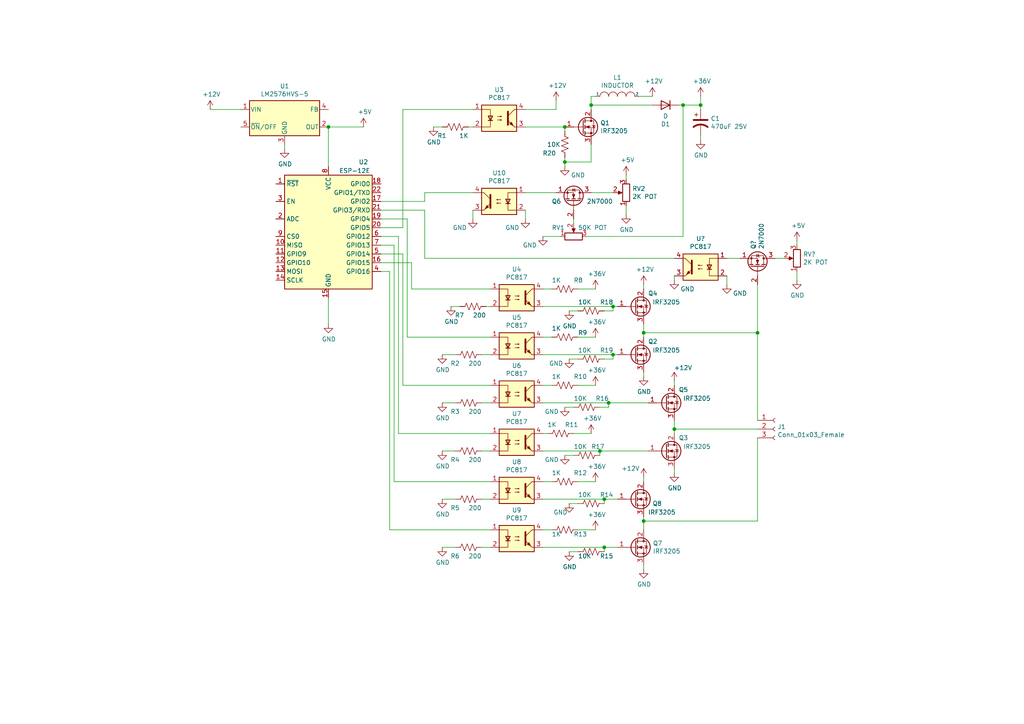
<source format=kicad_sch>
(kicad_sch (version 20211123) (generator eeschema)
  (paper "A4")
  (lib_symbols
    (symbol "Connector:Conn_01x03_Female" (pin_names (offset 1.016) hide)
      (property "Reference" "J" (at 0 5.08 0))
      (property "Value" "Conn_01x03_Female" (at 0 -5.08 0))
      (symbol "Conn_01x03_Female_1_1"
        (arc (start 0 -2.032) (mid -0.508 -2.54) (end 0 -3.048) (stroke (width 0.1524)))
        (polyline (pts (xy -1.27 -2.54) (xy -0.508 -2.54)) (stroke (width 0.1524)))
        (polyline (pts (xy -1.27 0) (xy -0.508 0)) (stroke (width 0.1524)))
        (polyline (pts (xy -1.27 2.54) (xy -0.508 2.54)) (stroke (width 0.1524)))
        (arc (start 0 0.508) (mid -0.508 0) (end 0 -0.508) (stroke (width 0.1524)))
        (arc (start 0 3.048) (mid -0.508 2.54) (end 0 2.032) (stroke (width 0.1524)))
        (pin passive line (at -5.08 2.54 0) (length 3.81) (name "Pin_1") (number "1"))
        (pin passive line (at -5.08 0 0) (length 3.81) (name "Pin_2") (number "2"))
        (pin passive line (at -5.08 -2.54 0) (length 3.81) (name "Pin_3") (number "3"))
      )
    )
    (symbol "Device:CP1" (pin_numbers hide) (pin_names (offset 0.254) hide)
      (property "Reference" "C" (at 0.635 2.54 0))
      (property "Value" "Device_CP1" (at 0.635 -2.54 0))
      (symbol "CP1_0_1"
        (polyline (pts (xy -2.032 0.762) (xy 2.032 0.762)) (stroke (width 0.508)))
        (polyline (pts (xy -1.778 2.286) (xy -0.762 2.286)))
        (polyline (pts (xy -1.27 1.778) (xy -1.27 2.794)))
        (arc (start 2.032 -1.27) (mid 0 -0.5572) (end -2.032 -1.27) (stroke (width 0.508)))
      )
      (symbol "CP1_1_1"
        (pin passive line (at 0 3.81 270) (length 2.794) (name "~") (number "1"))
        (pin passive line (at 0 -3.81 90) (length 3.302) (name "~") (number "2"))
      )
    )
    (symbol "Device:D" (pin_numbers hide) (pin_names (offset 1.016) hide)
      (property "Reference" "D" (at 0 2.54 0))
      (property "Value" "D" (at 0 -2.54 0))
      (symbol "D_0_1"
        (polyline (pts (xy -1.27 1.27) (xy -1.27 -1.27)) (stroke (width 0.254)))
        (polyline (pts (xy 1.27 0) (xy -1.27 0)))
        (polyline (pts (xy 1.27 1.27) (xy 1.27 -1.27) (xy -1.27 0) (xy 1.27 1.27)) (stroke (width 0.254)))
      )
      (symbol "D_1_1"
        (pin passive line (at -3.81 0 0) (length 2.54) (name "K") (number "1"))
        (pin passive line (at 3.81 0 180) (length 2.54) (name "A") (number "2"))
      )
    )
    (symbol "Device:R_POT" (pin_names (offset 1.016) hide)
      (property "Reference" "RV" (at -4.445 0 90))
      (property "Value" "Device_R_POT" (at -2.54 0 90))
      (symbol "R_POT_0_1"
        (polyline (pts (xy 2.54 0) (xy 1.524 0)))
        (polyline (pts (xy 1.143 0) (xy 2.286 0.508) (xy 2.286 -0.508) (xy 1.143 0)) (fill (type outline)))
        (rectangle (start 1.016 2.54) (end -1.016 -2.54) (stroke (width 0.254)))
      )
      (symbol "R_POT_1_1"
        (pin passive line (at 0 3.81 270) (length 1.27) (name "1") (number "1"))
        (pin passive line (at 3.81 0 180) (length 1.27) (name "2") (number "2"))
        (pin passive line (at 0 -3.81 90) (length 1.27) (name "3") (number "3"))
      )
    )
    (symbol "Device:R_US" (pin_numbers hide) (pin_names (offset 0))
      (property "Reference" "R" (at 2.54 0 90))
      (property "Value" "R_US" (at -2.54 0 90))
      (symbol "R_US_0_1"
        (polyline (pts (xy 0 -2.286) (xy 0 -2.54)))
        (polyline (pts (xy 0 2.286) (xy 0 2.54)))
        (polyline (pts (xy 0 -0.762) (xy 1.016 -1.143) (xy 0 -1.524) (xy -1.016 -1.905) (xy 0 -2.286)))
        (polyline (pts (xy 0 0.762) (xy 1.016 0.381) (xy 0 0) (xy -1.016 -0.381) (xy 0 -0.762)))
        (polyline (pts (xy 0 2.286) (xy 1.016 1.905) (xy 0 1.524) (xy -1.016 1.143) (xy 0 0.762)))
      )
      (symbol "R_US_1_1"
        (pin passive line (at 0 3.81 270) (length 1.27) (name "~") (number "1"))
        (pin passive line (at 0 -3.81 90) (length 1.27) (name "~") (number "2"))
      )
    )
    (symbol "Isolator:PC817" (pin_names (offset 1.016))
      (property "Reference" "U" (at -5.08 5.08 0))
      (property "Value" "PC817" (at 0 5.08 0))
      (symbol "PC817_0_1"
        (rectangle (start -5.08 3.81) (end 5.08 -3.81) (stroke (width 0.254)) (fill (type background)))
        (polyline (pts (xy -3.175 -0.635) (xy -1.905 -0.635)) (stroke (width 0.254)))
        (polyline (pts (xy 2.54 0.635) (xy 4.445 2.54)))
        (polyline (pts (xy 4.445 -2.54) (xy 2.54 -0.635)) (fill (type outline)))
        (polyline (pts (xy 4.445 -2.54) (xy 5.08 -2.54)))
        (polyline (pts (xy 4.445 2.54) (xy 5.08 2.54)))
        (polyline (pts (xy -5.08 2.54) (xy -2.54 2.54) (xy -2.54 -0.635)))
        (polyline (pts (xy -2.54 -0.635) (xy -2.54 -2.54) (xy -5.08 -2.54)))
        (polyline (pts (xy 2.54 1.905) (xy 2.54 -1.905) (xy 2.54 -1.905)) (stroke (width 0.508)))
        (polyline (pts (xy -2.54 -0.635) (xy -3.175 0.635) (xy -1.905 0.635) (xy -2.54 -0.635)) (stroke (width 0.254)))
        (polyline (pts (xy -0.508 -0.508) (xy 0.762 -0.508) (xy 0.381 -0.635) (xy 0.381 -0.381) (xy 0.762 -0.508)))
        (polyline (pts (xy -0.508 0.508) (xy 0.762 0.508) (xy 0.381 0.381) (xy 0.381 0.635) (xy 0.762 0.508)))
        (polyline (pts (xy 3.048 -1.651) (xy 3.556 -1.143) (xy 4.064 -2.159) (xy 3.048 -1.651) (xy 3.048 -1.651)) (fill (type outline)))
      )
      (symbol "PC817_1_1"
        (pin passive line (at -7.62 2.54 0) (length 2.54) (name "~") (number "1"))
        (pin passive line (at -7.62 -2.54 0) (length 2.54) (name "~") (number "2"))
        (pin passive line (at 7.62 -2.54 180) (length 2.54) (name "~") (number "3"))
        (pin passive line (at 7.62 2.54 180) (length 2.54) (name "~") (number "4"))
      )
    )
    (symbol "RF_Module:ESP-12E"
      (property "Reference" "U" (at -12.7 19.05 0))
      (property "Value" "ESP-12E" (at 12.7 19.05 0))
      (symbol "ESP-12E_0_1"
        (rectangle (start -12.7 17.78) (end 12.7 -15.24) (stroke (width 0.254)) (fill (type background)))
      )
      (symbol "ESP-12E_1_1"
        (pin input line (at -15.24 15.24 0) (length 2.54) (name "~{RST}") (number "1"))
        (pin bidirectional line (at -15.24 -2.54 0) (length 2.54) (name "MISO") (number "10"))
        (pin bidirectional line (at -15.24 -5.08 0) (length 2.54) (name "GPIO9") (number "11"))
        (pin bidirectional line (at -15.24 -7.62 0) (length 2.54) (name "GPIO10") (number "12"))
        (pin bidirectional line (at -15.24 -10.16 0) (length 2.54) (name "MOSI") (number "13"))
        (pin bidirectional line (at -15.24 -12.7 0) (length 2.54) (name "SCLK") (number "14"))
        (pin power_in line (at 0 -17.78 90) (length 2.54) (name "GND") (number "15"))
        (pin bidirectional line (at 15.24 -7.62 180) (length 2.54) (name "GPIO15") (number "16"))
        (pin bidirectional line (at 15.24 10.16 180) (length 2.54) (name "GPIO2") (number "17"))
        (pin bidirectional line (at 15.24 15.24 180) (length 2.54) (name "GPIO0") (number "18"))
        (pin bidirectional line (at 15.24 5.08 180) (length 2.54) (name "GPIO4") (number "19"))
        (pin input line (at -15.24 5.08 0) (length 2.54) (name "ADC") (number "2"))
        (pin bidirectional line (at 15.24 2.54 180) (length 2.54) (name "GPIO5") (number "20"))
        (pin bidirectional line (at 15.24 7.62 180) (length 2.54) (name "GPIO3/RXD") (number "21"))
        (pin bidirectional line (at 15.24 12.7 180) (length 2.54) (name "GPIO1/TXD") (number "22"))
        (pin input line (at -15.24 10.16 0) (length 2.54) (name "EN") (number "3"))
        (pin bidirectional line (at 15.24 -10.16 180) (length 2.54) (name "GPIO16") (number "4"))
        (pin bidirectional line (at 15.24 -5.08 180) (length 2.54) (name "GPIO14") (number "5"))
        (pin bidirectional line (at 15.24 0 180) (length 2.54) (name "GPIO12") (number "6"))
        (pin bidirectional line (at 15.24 -2.54 180) (length 2.54) (name "GPIO13") (number "7"))
        (pin power_in line (at 0 20.32 270) (length 2.54) (name "VCC") (number "8"))
        (pin input line (at -15.24 0 0) (length 2.54) (name "CS0") (number "9"))
      )
    )
    (symbol "Regulator_Switching:LM2576HVS-5" (pin_names (offset 0.254))
      (property "Reference" "U" (at -10.16 6.35 0))
      (property "Value" "LM2576HVS-5" (at 0 6.35 0))
      (symbol "LM2576HVS-5_0_1"
        (rectangle (start -10.16 5.08) (end 10.16 -5.08) (stroke (width 0.254)) (fill (type background)))
      )
      (symbol "LM2576HVS-5_1_1"
        (pin power_in line (at -12.7 2.54 0) (length 2.54) (name "VIN") (number "1"))
        (pin output line (at 12.7 -2.54 180) (length 2.54) (name "OUT") (number "2"))
        (pin power_in line (at 0 -7.62 90) (length 2.54) (name "GND") (number "3"))
        (pin input line (at 12.7 2.54 180) (length 2.54) (name "FB") (number "4"))
        (pin input line (at -12.7 -2.54 0) (length 2.54) (name "~{ON}/OFF") (number "5"))
      )
    )
    (symbol "Transistor_FET:2N7000" (pin_names hide)
      (property "Reference" "Q" (at 5.08 1.905 0))
      (property "Value" "2N7000" (at 5.08 0 0))
      (symbol "2N7000_0_1"
        (polyline (pts (xy 0.254 0) (xy -2.54 0)))
        (polyline (pts (xy 0.254 1.905) (xy 0.254 -1.905)) (stroke (width 0.254)))
        (polyline (pts (xy 0.762 -1.27) (xy 0.762 -2.286)) (stroke (width 0.254)))
        (polyline (pts (xy 0.762 0.508) (xy 0.762 -0.508)) (stroke (width 0.254)))
        (polyline (pts (xy 0.762 2.286) (xy 0.762 1.27)) (stroke (width 0.254)))
        (polyline (pts (xy 2.54 2.54) (xy 2.54 1.778)))
        (polyline (pts (xy 2.54 -2.54) (xy 2.54 0) (xy 0.762 0)))
        (polyline (pts (xy 0.762 -1.778) (xy 3.302 -1.778) (xy 3.302 1.778) (xy 0.762 1.778)))
        (polyline (pts (xy 1.016 0) (xy 2.032 0.381) (xy 2.032 -0.381) (xy 1.016 0)) (fill (type outline)))
        (polyline (pts (xy 2.794 0.508) (xy 2.921 0.381) (xy 3.683 0.381) (xy 3.81 0.254)))
        (polyline (pts (xy 3.302 0.381) (xy 2.921 -0.254) (xy 3.683 -0.254) (xy 3.302 0.381)))
        (circle (center 1.651 0) (radius 2.794) (stroke (width 0.254)))
        (circle (center 2.54 -1.778) (radius 0.254) (fill (type outline)))
        (circle (center 2.54 1.778) (radius 0.254) (fill (type outline)))
      )
      (symbol "2N7000_1_1"
        (pin passive line (at 2.54 -5.08 90) (length 2.54) (name "S") (number "1"))
        (pin input line (at -5.08 0 0) (length 2.54) (name "G") (number "2"))
        (pin passive line (at 2.54 5.08 270) (length 2.54) (name "D") (number "3"))
      )
    )
    (symbol "Transistor_FET:IRF3205" (pin_names hide)
      (property "Reference" "Q" (at 6.35 1.905 0))
      (property "Value" "IRF3205" (at 6.35 0 0))
      (symbol "IRF3205_0_1"
        (polyline (pts (xy 0.254 0) (xy -2.54 0)))
        (polyline (pts (xy 0.254 1.905) (xy 0.254 -1.905)) (stroke (width 0.254)))
        (polyline (pts (xy 0.762 -1.27) (xy 0.762 -2.286)) (stroke (width 0.254)))
        (polyline (pts (xy 0.762 0.508) (xy 0.762 -0.508)) (stroke (width 0.254)))
        (polyline (pts (xy 0.762 2.286) (xy 0.762 1.27)) (stroke (width 0.254)))
        (polyline (pts (xy 2.54 2.54) (xy 2.54 1.778)))
        (polyline (pts (xy 2.54 -2.54) (xy 2.54 0) (xy 0.762 0)))
        (polyline (pts (xy 0.762 -1.778) (xy 3.302 -1.778) (xy 3.302 1.778) (xy 0.762 1.778)))
        (polyline (pts (xy 1.016 0) (xy 2.032 0.381) (xy 2.032 -0.381) (xy 1.016 0)) (fill (type outline)))
        (polyline (pts (xy 2.794 0.508) (xy 2.921 0.381) (xy 3.683 0.381) (xy 3.81 0.254)))
        (polyline (pts (xy 3.302 0.381) (xy 2.921 -0.254) (xy 3.683 -0.254) (xy 3.302 0.381)))
        (circle (center 1.651 0) (radius 2.794) (stroke (width 0.254)))
        (circle (center 2.54 -1.778) (radius 0.254) (fill (type outline)))
        (circle (center 2.54 1.778) (radius 0.254) (fill (type outline)))
      )
      (symbol "IRF3205_1_1"
        (pin input line (at -5.08 0 0) (length 2.54) (name "G") (number "1"))
        (pin passive line (at 2.54 5.08 270) (length 2.54) (name "D") (number "2"))
        (pin passive line (at 2.54 -5.08 90) (length 2.54) (name "S") (number "3"))
      )
    )
    (symbol "power:+12V" (power) (pin_names (offset 0))
      (property "Value" "+12V" (at 0 3.556 0))
      (symbol "+12V_0_1"
        (polyline (pts (xy -0.762 1.27) (xy 0 2.54)))
        (polyline (pts (xy 0 0) (xy 0 2.54)))
        (polyline (pts (xy 0 2.54) (xy 0.762 1.27)))
      )
      (symbol "+12V_1_1"
        (pin power_in line (at 0 0 90) (length 0) hide (name "+12V") (number "1"))
      )
    )
    (symbol "power:+36V" (power) (pin_names (offset 0))
      (property "Value" "+36V" (at 0 3.556 0))
      (symbol "+36V_0_1"
        (polyline (pts (xy -0.762 1.27) (xy 0 2.54)))
        (polyline (pts (xy 0 0) (xy 0 2.54)))
        (polyline (pts (xy 0 2.54) (xy 0.762 1.27)))
      )
      (symbol "+36V_1_1"
        (pin power_in line (at 0 0 90) (length 0) hide (name "+36V") (number "1"))
      )
    )
    (symbol "power:+5V" (power) (pin_names (offset 0))
      (property "Value" "+5V" (at 0 3.556 0))
      (symbol "+5V_0_1"
        (polyline (pts (xy -0.762 1.27) (xy 0 2.54)))
        (polyline (pts (xy 0 0) (xy 0 2.54)))
        (polyline (pts (xy 0 2.54) (xy 0.762 1.27)))
      )
      (symbol "+5V_1_1"
        (pin power_in line (at 0 0 90) (length 0) hide (name "+5V") (number "1"))
      )
    )
    (symbol "power:GND" (power) (pin_names (offset 0))
      (property "Value" "GND" (at 0 -3.81 0))
      (symbol "GND_0_1"
        (polyline (pts (xy 0 0) (xy 0 -1.27) (xy 1.27 -1.27) (xy 0 -2.54) (xy -1.27 -1.27) (xy 0 -1.27)))
      )
      (symbol "GND_1_1"
        (pin power_in line (at 0 0 270) (length 0) hide (name "GND") (number "1"))
      )
    )
    (symbol "pspice:INDUCTOR" (pin_numbers hide) (pin_names (offset 0))
      (property "Reference" "L" (at 0 2.54 0))
      (property "Value" "INDUCTOR" (at 0 -1.27 0))
      (symbol "INDUCTOR_0_1"
        (arc (start -2.54 0) (mid -3.81 1.27) (end -5.08 0))
        (arc (start 0 0) (mid -1.27 1.27) (end -2.54 0))
        (arc (start 2.54 0) (mid 1.27 1.27) (end 0 0))
        (arc (start 5.08 0) (mid 3.81 1.27) (end 2.54 0))
      )
      (symbol "INDUCTOR_1_1"
        (pin input line (at -6.35 0 0) (length 1.27) (name "1") (number "1"))
        (pin input line (at 6.35 0 180) (length 1.27) (name "2") (number "2"))
      )
    )
  )
  (junction (at 163.83 46.99))
  (junction (at 186.69 96.52))
  (junction (at 163.83 36.83))
  (junction (at 175.26 158.75))
  (junction (at 203.2 30.48))
  (junction (at 198.12 30.48))
  (junction (at 173.99 130.81))
  (junction (at 175.26 144.78))
  (junction (at 171.45 30.48))
  (junction (at 177.8 102.87))
  (junction (at 219.71 96.52))
  (junction (at 195.58 124.46))
  (junction (at 95.25 36.83))
  (junction (at 176.53 116.84))
  (junction (at 177.8 88.9))
  (junction (at 186.69 151.13))
  (wire (pts (xy 176.53 116.84) (xy 157.48 116.84)))
  (wire (pts (xy 166.37 118.11) (xy 163.83 118.11)))
  (wire (pts (xy 210.82 74.93) (xy 214.63 74.93)))
  (wire (pts (xy 219.71 82.55) (xy 219.71 96.52)))
  (wire (pts (xy 113.03 78.74) (xy 113.03 153.67)))
  (wire (pts (xy 125.73 36.83) (xy 128.27 36.83)))
  (wire (pts (xy 123.19 74.93) (xy 195.58 74.93)))
  (wire (pts (xy 186.69 163.83) (xy 186.69 165.1)))
  (wire (pts (xy 139.7 144.78) (xy 142.24 144.78)))
  (wire (pts (xy 219.71 96.52) (xy 219.71 121.92)))
  (wire (pts (xy 69.85 31.75) (xy 60.96 31.75)))
  (wire (pts (xy 157.48 144.78) (xy 175.26 144.78)))
  (wire (pts (xy 224.79 74.93) (xy 227.33 74.93)))
  (wire (pts (xy 167.64 104.14) (xy 165.1 104.14)))
  (wire (pts (xy 116.84 31.75) (xy 137.16 31.75)))
  (wire (pts (xy 114.3 139.7) (xy 142.24 139.7)))
  (wire (pts (xy 231.14 71.12) (xy 231.14 69.85)))
  (wire (pts (xy 119.38 83.82) (xy 142.24 83.82)))
  (wire (pts (xy 203.2 27.94) (xy 203.2 30.48)))
  (wire (pts (xy 186.69 151.13) (xy 186.69 153.67)))
  (wire (pts (xy 157.48 68.58) (xy 162.56 68.58)))
  (wire (pts (xy 176.53 118.11) (xy 176.53 116.84)))
  (wire (pts (xy 160.02 139.7) (xy 157.48 139.7)))
  (wire (pts (xy 95.25 86.36) (xy 95.25 93.98)))
  (wire (pts (xy 163.83 38.1) (xy 163.83 36.83)))
  (wire (pts (xy 105.41 36.83) (xy 95.25 36.83)))
  (wire (pts (xy 152.4 36.83) (xy 163.83 36.83)))
  (wire (pts (xy 110.49 76.2) (xy 119.38 76.2)))
  (wire (pts (xy 110.49 66.04) (xy 116.84 66.04)))
  (wire (pts (xy 110.49 68.58) (xy 115.57 68.58)))
  (wire (pts (xy 123.19 55.88) (xy 123.19 58.42)))
  (wire (pts (xy 187.96 130.81) (xy 173.99 130.81)))
  (wire (pts (xy 195.58 80.01) (xy 195.58 81.28)))
  (wire (pts (xy 139.7 130.81) (xy 142.24 130.81)))
  (wire (pts (xy 177.8 104.14) (xy 177.8 102.87)))
  (wire (pts (xy 195.58 110.49) (xy 195.58 111.76)))
  (wire (pts (xy 186.69 82.55) (xy 186.69 83.82)))
  (wire (pts (xy 189.23 27.94) (xy 185.42 27.94)))
  (wire (pts (xy 160.02 83.82) (xy 157.48 83.82)))
  (wire (pts (xy 231.14 78.74) (xy 231.14 81.28)))
  (wire (pts (xy 171.45 27.94) (xy 171.45 30.48)))
  (wire (pts (xy 195.58 124.46) (xy 195.58 125.73)))
  (wire (pts (xy 167.64 139.7) (xy 172.72 139.7)))
  (wire (pts (xy 139.7 116.84) (xy 142.24 116.84)))
  (wire (pts (xy 175.26 90.17) (xy 177.8 90.17)))
  (wire (pts (xy 175.26 146.05) (xy 175.26 144.78)))
  (wire (pts (xy 161.29 31.75) (xy 161.29 29.21)))
  (wire (pts (xy 110.49 60.96) (xy 123.19 60.96)))
  (wire (pts (xy 152.4 60.96) (xy 152.4 63.5)))
  (wire (pts (xy 186.69 138.43) (xy 186.69 139.7)))
  (wire (pts (xy 186.69 151.13) (xy 219.71 151.13)))
  (wire (pts (xy 171.45 31.75) (xy 171.45 30.48)))
  (wire (pts (xy 152.4 55.88) (xy 161.29 55.88)))
  (wire (pts (xy 177.8 55.88) (xy 171.45 55.88)))
  (wire (pts (xy 177.8 88.9) (xy 157.48 88.9)))
  (wire (pts (xy 195.58 124.46) (xy 219.71 124.46)))
  (wire (pts (xy 195.58 135.89) (xy 195.58 137.16)))
  (wire (pts (xy 166.37 125.73) (xy 171.45 125.73)))
  (wire (pts (xy 167.64 160.02) (xy 165.1 160.02)))
  (wire (pts (xy 175.26 160.02) (xy 175.26 158.75)))
  (wire (pts (xy 186.69 107.95) (xy 186.69 109.22)))
  (wire (pts (xy 163.83 46.99) (xy 163.83 45.72)))
  (wire (pts (xy 119.38 76.2) (xy 119.38 83.82)))
  (wire (pts (xy 163.83 48.26) (xy 163.83 46.99)))
  (wire (pts (xy 196.85 30.48) (xy 198.12 30.48)))
  (wire (pts (xy 167.64 83.82) (xy 172.72 83.82)))
  (wire (pts (xy 116.84 66.04) (xy 116.84 31.75)))
  (wire (pts (xy 110.49 63.5) (xy 118.11 63.5)))
  (wire (pts (xy 187.96 116.84) (xy 176.53 116.84)))
  (wire (pts (xy 118.11 97.79) (xy 142.24 97.79)))
  (wire (pts (xy 171.45 41.91) (xy 171.45 46.99)))
  (wire (pts (xy 137.16 55.88) (xy 123.19 55.88)))
  (wire (pts (xy 140.97 88.9) (xy 142.24 88.9)))
  (wire (pts (xy 160.02 153.67) (xy 157.48 153.67)))
  (wire (pts (xy 82.55 41.91) (xy 82.55 43.18)))
  (wire (pts (xy 171.45 30.48) (xy 189.23 30.48)))
  (wire (pts (xy 167.64 153.67) (xy 172.72 153.67)))
  (wire (pts (xy 186.69 149.86) (xy 186.69 151.13)))
  (wire (pts (xy 179.07 102.87) (xy 177.8 102.87)))
  (wire (pts (xy 110.49 73.66) (xy 116.84 73.66)))
  (wire (pts (xy 118.11 63.5) (xy 118.11 97.79)))
  (wire (pts (xy 177.8 102.87) (xy 157.48 102.87)))
  (wire (pts (xy 172.72 27.94) (xy 171.45 27.94)))
  (wire (pts (xy 110.49 71.12) (xy 114.3 71.12)))
  (wire (pts (xy 177.8 90.17) (xy 177.8 88.9)))
  (wire (pts (xy 137.16 63.5) (xy 137.16 60.96)))
  (wire (pts (xy 167.64 146.05) (xy 165.1 146.05)))
  (wire (pts (xy 128.27 144.78) (xy 132.08 144.78)))
  (wire (pts (xy 135.89 36.83) (xy 137.16 36.83)))
  (wire (pts (xy 171.45 46.99) (xy 163.83 46.99)))
  (wire (pts (xy 195.58 121.92) (xy 195.58 124.46)))
  (wire (pts (xy 128.27 158.75) (xy 132.08 158.75)))
  (wire (pts (xy 166.37 132.08) (xy 163.83 132.08)))
  (wire (pts (xy 160.02 97.79) (xy 157.48 97.79)))
  (wire (pts (xy 110.49 78.74) (xy 113.03 78.74)))
  (wire (pts (xy 198.12 30.48) (xy 203.2 30.48)))
  (wire (pts (xy 173.99 130.81) (xy 157.48 130.81)))
  (wire (pts (xy 130.81 88.9) (xy 133.35 88.9)))
  (wire (pts (xy 128.27 102.87) (xy 132.08 102.87)))
  (wire (pts (xy 219.71 151.13) (xy 219.71 127)))
  (wire (pts (xy 186.69 96.52) (xy 186.69 97.79)))
  (wire (pts (xy 123.19 58.42) (xy 110.49 58.42)))
  (wire (pts (xy 186.69 96.52) (xy 219.71 96.52)))
  (wire (pts (xy 115.57 125.73) (xy 142.24 125.73)))
  (wire (pts (xy 167.64 111.76) (xy 172.72 111.76)))
  (wire (pts (xy 166.37 63.5) (xy 166.37 64.77)))
  (wire (pts (xy 173.99 118.11) (xy 176.53 118.11)))
  (wire (pts (xy 160.02 111.76) (xy 157.48 111.76)))
  (wire (pts (xy 203.2 39.37) (xy 203.2 40.64)))
  (wire (pts (xy 139.7 102.87) (xy 142.24 102.87)))
  (wire (pts (xy 179.07 158.75) (xy 175.26 158.75)))
  (wire (pts (xy 198.12 30.48) (xy 198.12 68.58)))
  (wire (pts (xy 167.64 90.17) (xy 165.1 90.17)))
  (wire (pts (xy 152.4 31.75) (xy 161.29 31.75)))
  (wire (pts (xy 128.27 130.81) (xy 132.08 130.81)))
  (wire (pts (xy 115.57 68.58) (xy 115.57 125.73)))
  (wire (pts (xy 175.26 144.78) (xy 179.07 144.78)))
  (wire (pts (xy 114.3 71.12) (xy 114.3 139.7)))
  (wire (pts (xy 175.26 104.14) (xy 177.8 104.14)))
  (wire (pts (xy 210.82 80.01) (xy 210.82 82.55)))
  (wire (pts (xy 173.99 132.08) (xy 173.99 130.81)))
  (wire (pts (xy 167.64 97.79) (xy 172.72 97.79)))
  (wire (pts (xy 123.19 60.96) (xy 123.19 74.93)))
  (wire (pts (xy 181.61 59.69) (xy 181.61 62.23)))
  (wire (pts (xy 139.7 158.75) (xy 142.24 158.75)))
  (wire (pts (xy 203.2 31.75) (xy 203.2 30.48)))
  (wire (pts (xy 186.69 93.98) (xy 186.69 96.52)))
  (wire (pts (xy 128.27 116.84) (xy 132.08 116.84)))
  (wire (pts (xy 170.18 68.58) (xy 198.12 68.58)))
  (wire (pts (xy 116.84 111.76) (xy 142.24 111.76)))
  (wire (pts (xy 95.25 48.26) (xy 95.25 36.83)))
  (wire (pts (xy 181.61 52.07) (xy 181.61 50.8)))
  (wire (pts (xy 158.75 125.73) (xy 157.48 125.73)))
  (wire (pts (xy 116.84 73.66) (xy 116.84 111.76)))
  (wire (pts (xy 179.07 88.9) (xy 177.8 88.9)))
  (wire (pts (xy 113.03 153.67) (xy 142.24 153.67)))
  (wire (pts (xy 175.26 158.75) (xy 157.48 158.75)))
  (symbol (lib_id "Isolator:PC817") (at 149.86 100.33 0) (unit 1)
    (property "Reference" "U5" (at 149.86 92.075 0))
    (property "Value" "PC817" (at 149.86 94.3864 0))
    (property "Footprint" "Package_DIP:DIP-4_W7.62mm" (effects hide))
    (property "Datasheet" "http://www.soselectronic.cz/a_info/resource/d/pc817.pdf" (effects hide))
  )
  (symbol (lib_id "Isolator:PC817") (at 149.86 114.3 0) (unit 1)
    (property "Reference" "U6" (at 149.86 106.045 0))
    (property "Value" "PC817" (at 149.86 108.3564 0))
    (property "Footprint" "Package_DIP:DIP-4_W7.62mm" (effects hide))
    (property "Datasheet" "http://www.soselectronic.cz/a_info/resource/d/pc817.pdf" (effects hide))
  )
  (symbol (lib_id "Isolator:PC817") (at 149.86 128.27 0) (unit 1)
    (property "Reference" "U7" (at 149.86 120.015 0))
    (property "Value" "PC817" (at 149.86 122.3264 0))
    (property "Footprint" "Package_DIP:DIP-4_W7.62mm" (effects hide))
    (property "Datasheet" "http://www.soselectronic.cz/a_info/resource/d/pc817.pdf" (effects hide))
  )
  (symbol (lib_id "Isolator:PC817") (at 149.86 86.36 0) (unit 1)
    (property "Reference" "U4" (at 149.86 78.105 0))
    (property "Value" "PC817" (at 149.86 80.4164 0))
    (property "Footprint" "Package_DIP:DIP-4_W7.62mm" (effects hide))
    (property "Datasheet" "http://www.soselectronic.cz/a_info/resource/d/pc817.pdf" (effects hide))
  )
  (symbol (lib_id "Isolator:PC817") (at 149.86 142.24 0) (unit 1)
    (property "Reference" "U8" (at 149.86 133.985 0))
    (property "Value" "PC817" (at 149.86 136.2964 0))
    (property "Footprint" "Package_DIP:DIP-4_W7.62mm" (effects hide))
    (property "Datasheet" "http://www.soselectronic.cz/a_info/resource/d/pc817.pdf" (effects hide))
  )
  (symbol (lib_id "Isolator:PC817") (at 149.86 156.21 0) (unit 1)
    (property "Reference" "U9" (at 149.86 147.955 0))
    (property "Value" "PC817" (at 149.86 150.2664 0))
    (property "Footprint" "Package_DIP:DIP-4_W7.62mm" (effects hide))
    (property "Datasheet" "http://www.soselectronic.cz/a_info/resource/d/pc817.pdf" (effects hide))
  )
  (symbol (lib_id "Isolator:PC817") (at 144.78 34.29 0) (unit 1)
    (property "Reference" "U3" (at 144.78 26.035 0))
    (property "Value" "PC817" (at 144.78 28.3464 0))
    (property "Footprint" "Package_DIP:DIP-4_W7.62mm" (effects hide))
    (property "Datasheet" "http://www.soselectronic.cz/a_info/resource/d/pc817.pdf" (effects hide))
  )
  (symbol (lib_id "Isolator:PC817") (at 144.78 58.42 0) (mirror y) (unit 1)
    (property "Reference" "U10" (at 144.78 50.165 0))
    (property "Value" "PC817" (at 144.78 52.4764 0))
    (property "Footprint" "Package_DIP:DIP-4_W7.62mm" (effects hide))
    (property "Datasheet" "http://www.soselectronic.cz/a_info/resource/d/pc817.pdf" (effects hide))
  )
  (symbol (lib_id "Device:R_POT") (at 166.37 68.58 90) (unit 1)
    (property "Reference" "RV1" (at 160.02 66.04 90) (effects (justify right)))
    (property "Value" "50K POT" (at 167.64 66.04 90) (effects (justify right)))
  )
  (symbol (lib_id "Transistor_FET:2N7000") (at 166.37 58.42 270) (mirror x) (unit 1)
    (property "Reference" "Q6" (at 160.02 58.42 90) (effects (justify left)))
    (property "Value" "2N7000" (at 170.18 58.42 90) (effects (justify left)))
    (property "Footprint" "Package_TO_SOT_THT:TO-92_Inline" (effects hide))
    (property "Datasheet" "https://www.onsemi.com/pub/Collateral/NDS7002A-D.PDF" (effects hide))
  )
  (symbol (lib_id "Device:CP1") (at 203.2 35.56 0) (unit 1)
    (property "Reference" "C1" (at 206.121 34.3916 0) (effects (justify left)))
    (property "Value" "470uF 25V" (at 206.121 36.703 0) (effects (justify left)))
  )
  (symbol (lib_id "Transistor_FET:IRF3205") (at 184.15 88.9 0) (unit 1)
    (property "Reference" "Q4" (at 187.96 85.09 0) (effects (justify left)))
    (property "Value" "IRF3205" (at 189.23 87.63 0) (effects (justify left)))
    (property "Footprint" "Package_TO_SOT_THT:TO-220-3_Vertical" (effects hide))
    (property "Datasheet" "http://www.irf.com/product-info/datasheets/data/irf3205.pdf" (effects hide))
  )
  (symbol (lib_id "Transistor_FET:IRF3205") (at 184.15 102.87 0) (unit 1)
    (property "Reference" "Q2" (at 187.96 99.06 0) (effects (justify left)))
    (property "Value" "IRF3205" (at 189.23 101.6 0) (effects (justify left)))
    (property "Footprint" "Package_TO_SOT_THT:TO-220-3_Vertical" (effects hide))
    (property "Datasheet" "http://www.irf.com/product-info/datasheets/data/irf3205.pdf" (effects hide))
  )
  (symbol (lib_id "Transistor_FET:IRF3205") (at 193.04 116.84 0) (unit 1)
    (property "Reference" "Q5" (at 196.85 113.03 0) (effects (justify left)))
    (property "Value" "IRF3205" (at 198.12 115.57 0) (effects (justify left)))
    (property "Footprint" "Package_TO_SOT_THT:TO-220-3_Vertical" (effects hide))
    (property "Datasheet" "http://www.irf.com/product-info/datasheets/data/irf3205.pdf" (effects hide))
  )
  (symbol (lib_id "Transistor_FET:IRF3205") (at 193.04 130.81 0) (unit 1)
    (property "Reference" "Q3" (at 196.85 127 0) (effects (justify left)))
    (property "Value" "IRF3205" (at 198.12 129.54 0) (effects (justify left)))
    (property "Footprint" "Package_TO_SOT_THT:TO-220-3_Vertical" (effects hide))
    (property "Datasheet" "http://www.irf.com/product-info/datasheets/data/irf3205.pdf" (effects hide))
  )
  (symbol (lib_id "Transistor_FET:IRF3205") (at 184.15 144.78 0) (unit 1)
    (property "Reference" "Q8" (at 189.23 146.05 0) (effects (justify left)))
    (property "Value" "IRF3205" (at 187.96 148.59 0) (effects (justify left)))
    (property "Footprint" "Package_TO_SOT_THT:TO-220-3_Vertical" (effects hide))
    (property "Datasheet" "http://www.irf.com/product-info/datasheets/data/irf3205.pdf" (effects hide))
  )
  (symbol (lib_id "Transistor_FET:IRF3205") (at 184.15 158.75 0) (unit 1)
    (property "Reference" "Q7" (at 189.357 157.5816 0) (effects (justify left)))
    (property "Value" "IRF3205" (at 189.357 159.893 0) (effects (justify left)))
    (property "Footprint" "Package_TO_SOT_THT:TO-220-3_Vertical" (effects hide))
    (property "Datasheet" "http://www.irf.com/product-info/datasheets/data/irf3205.pdf" (effects hide))
  )
  (symbol (lib_id "power:GND") (at 186.69 165.1 0) (unit 1)
    (property "Reference" "#PWR028" (effects hide))
    (property "Value" "GND" (at 186.817 169.4942 0))
  )
  (symbol (lib_id "pspice:INDUCTOR") (at 179.07 27.94 0) (unit 1)
    (property "Reference" "L1" (at 179.07 22.479 0))
    (property "Value" "INDUCTOR" (at 179.07 24.7904 0))
  )
  (symbol (lib_id "Device:D") (at 193.04 30.48 180) (unit 1)
    (property "Reference" "D1" (at 193.04 35.9918 0))
    (property "Value" "D" (at 193.04 33.6804 0))
  )
  (symbol (lib_id "RF_Module:ESP-12E") (at 95.25 68.58 0) (unit 1)
    (property "Reference" "U2" (at 105.41 46.99 0))
    (property "Value" "ESP-12E" (at 102.87 49.53 0))
    (property "Footprint" "RF_Module:ESP-12E" (effects hide))
    (property "Datasheet" "http://wiki.ai-thinker.com/_media/esp8266/esp8266_series_modules_user_manual_v1.1.pdf" (effects hide))
  )
  (symbol (lib_id "power:GND") (at 95.25 93.98 0) (unit 1)
    (property "Reference" "#PWR03" (effects hide))
    (property "Value" "GND" (at 95.377 98.3742 0))
  )
  (symbol (lib_id "Device:R_US") (at 137.16 88.9 90) (unit 1)
    (property "Reference" "R7" (at 134.62 91.44 90) (effects (justify left)))
    (property "Value" "200" (at 140.97 91.44 90) (effects (justify left)))
  )
  (symbol (lib_id "power:GND") (at 130.81 88.9 0) (unit 1)
    (property "Reference" "#PWR011" (effects hide))
    (property "Value" "GND" (at 130.937 93.2942 0))
  )
  (symbol (lib_id "Device:R_US") (at 135.89 102.87 90) (unit 1)
    (property "Reference" "R2" (at 133.35 105.41 90) (effects (justify left)))
    (property "Value" "200" (at 139.7 105.41 90) (effects (justify left)))
  )
  (symbol (lib_id "power:GND") (at 128.27 102.87 0) (unit 1)
    (property "Reference" "#PWR06" (effects hide))
    (property "Value" "GND" (at 128.397 107.2642 0))
  )
  (symbol (lib_id "Device:R_US") (at 135.89 116.84 90) (unit 1)
    (property "Reference" "R3" (at 133.35 119.38 90) (effects (justify left)))
    (property "Value" "200" (at 139.7 119.38 90) (effects (justify left)))
  )
  (symbol (lib_id "power:GND") (at 128.27 116.84 0) (unit 1)
    (property "Reference" "#PWR07" (effects hide))
    (property "Value" "GND" (at 128.397 121.2342 0))
  )
  (symbol (lib_id "Device:R_US") (at 135.89 130.81 90) (unit 1)
    (property "Reference" "R4" (at 133.35 133.35 90) (effects (justify left)))
    (property "Value" "200" (at 139.7 133.35 90) (effects (justify left)))
  )
  (symbol (lib_id "power:GND") (at 128.27 130.81 0) (unit 1)
    (property "Reference" "#PWR08" (effects hide))
    (property "Value" "GND" (at 128.397 135.2042 0))
  )
  (symbol (lib_id "Device:R_US") (at 135.89 144.78 90) (unit 1)
    (property "Reference" "R5" (at 133.35 147.32 90) (effects (justify left)))
    (property "Value" "200" (at 139.7 147.32 90) (effects (justify left)))
  )
  (symbol (lib_id "power:GND") (at 128.27 144.78 0) (unit 1)
    (property "Reference" "#PWR09" (effects hide))
    (property "Value" "GND" (at 128.397 149.1742 0))
  )
  (symbol (lib_id "Device:R_US") (at 135.89 158.75 90) (unit 1)
    (property "Reference" "R6" (at 133.35 161.29 90) (effects (justify left)))
    (property "Value" "200" (at 139.7 161.29 90) (effects (justify left)))
  )
  (symbol (lib_id "power:GND") (at 128.27 158.75 0) (unit 1)
    (property "Reference" "#PWR010" (effects hide))
    (property "Value" "GND" (at 128.397 163.1442 0))
  )
  (symbol (lib_id "Transistor_FET:IRF3205") (at 168.91 36.83 0) (unit 1)
    (property "Reference" "Q1" (at 174.117 35.6616 0) (effects (justify left)))
    (property "Value" "IRF3205" (at 174.117 37.973 0) (effects (justify left)))
    (property "Footprint" "Package_TO_SOT_THT:TO-220-3_Vertical" (effects hide))
    (property "Datasheet" "http://www.irf.com/product-info/datasheets/data/irf3205.pdf" (effects hide))
  )
  (symbol (lib_id "Regulator_Switching:LM2576HVS-5") (at 82.55 34.29 0) (unit 1)
    (property "Reference" "U1" (at 82.55 24.9682 0))
    (property "Value" "LM2576HVS-5" (at 82.55 27.2796 0))
    (property "Footprint" "Package_TO_SOT_SMD:TO-263-5_TabPin3" (effects hide))
    (property "Datasheet" "http://www.ti.com/lit/ds/symlink/lm2576.pdf" (effects hide))
  )
  (symbol (lib_id "power:GND") (at 82.55 43.18 0) (unit 1)
    (property "Reference" "#PWR02" (effects hide))
    (property "Value" "GND" (at 82.677 47.5742 0))
  )
  (symbol (lib_id "Device:R_US") (at 132.08 36.83 90) (unit 1)
    (property "Reference" "R1" (at 129.54 39.37 90) (effects (justify left)))
    (property "Value" "1K" (at 135.89 39.37 90) (effects (justify left)))
  )
  (symbol (lib_id "power:GND") (at 125.73 36.83 0) (unit 1)
    (property "Reference" "#PWR05" (effects hide))
    (property "Value" "GND" (at 125.857 41.2242 0))
  )
  (symbol (lib_id "Device:R_US") (at 163.83 41.91 180) (unit 1)
    (property "Reference" "R20" (at 161.29 44.45 0) (effects (justify left)))
    (property "Value" "10K" (at 162.56 41.91 0) (effects (justify left)))
  )
  (symbol (lib_id "power:GND") (at 163.83 48.26 0) (unit 1)
    (property "Reference" "#PWR021" (effects hide))
    (property "Value" "GND" (at 167.64 50.8 0))
  )
  (symbol (lib_id "power:+12V") (at 161.29 29.21 0) (unit 1)
    (property "Reference" "#PWR014" (effects hide))
    (property "Value" "+12V" (at 161.671 24.8158 0))
  )
  (symbol (lib_id "power:+12V") (at 189.23 27.94 0) (unit 1)
    (property "Reference" "#PWR034" (effects hide))
    (property "Value" "+12V" (at 189.611 23.5458 0))
  )
  (symbol (lib_id "power:GND") (at 203.2 40.64 0) (unit 1)
    (property "Reference" "#PWR039" (effects hide))
    (property "Value" "GND" (at 203.327 45.0342 0))
  )
  (symbol (lib_id "power:+36V") (at 203.2 27.94 0) (unit 1)
    (property "Reference" "#PWR038" (effects hide))
    (property "Value" "+36V" (at 203.581 23.5458 0))
  )
  (symbol (lib_id "power:+36V") (at 172.72 83.82 0) (unit 1)
    (property "Reference" "#PWR022" (effects hide))
    (property "Value" "+36V" (at 173.101 79.4258 0))
  )
  (symbol (lib_id "Device:R_US") (at 171.45 90.17 270) (unit 1)
    (property "Reference" "R18" (at 173.99 87.63 90) (effects (justify left)))
    (property "Value" "10K" (at 167.64 87.63 90) (effects (justify left)))
  )
  (symbol (lib_id "power:GND") (at 165.1 90.17 0) (unit 1)
    (property "Reference" "#PWR019" (effects hide))
    (property "Value" "GND" (at 165.227 94.5642 0))
  )
  (symbol (lib_id "Connector:Conn_01x03_Female") (at 224.79 124.46 0) (unit 1)
    (property "Reference" "J1" (at 225.5012 123.7996 0) (effects (justify left)))
    (property "Value" "Conn_01x03_Female" (at 225.5012 126.111 0) (effects (justify left)))
  )
  (symbol (lib_id "Device:R_US") (at 163.83 83.82 270) (unit 1)
    (property "Reference" "R8" (at 166.37 81.28 90) (effects (justify left)))
    (property "Value" "1K" (at 160.02 81.28 90) (effects (justify left)))
  )
  (symbol (lib_id "power:+36V") (at 172.72 97.79 0) (unit 1)
    (property "Reference" "#PWR023" (effects hide))
    (property "Value" "+36V" (at 173.101 93.3958 0))
  )
  (symbol (lib_id "Device:R_US") (at 163.83 97.79 270) (unit 1)
    (property "Reference" "R9" (at 167.64 96.52 90) (effects (justify left)))
    (property "Value" "1K" (at 160.02 95.25 90) (effects (justify left)))
  )
  (symbol (lib_id "power:+36V") (at 172.72 111.76 0) (unit 1)
    (property "Reference" "#PWR024" (effects hide))
    (property "Value" "+36V" (at 173.101 107.3658 0))
  )
  (symbol (lib_id "Device:R_US") (at 163.83 111.76 270) (unit 1)
    (property "Reference" "R10" (at 166.37 109.22 90) (effects (justify left)))
    (property "Value" "1K" (at 160.02 109.22 90) (effects (justify left)))
  )
  (symbol (lib_id "power:+36V") (at 171.45 125.73 0) (unit 1)
    (property "Reference" "#PWR025" (effects hide))
    (property "Value" "+36V" (at 171.831 121.3358 0))
  )
  (symbol (lib_id "Device:R_US") (at 162.56 125.73 270) (unit 1)
    (property "Reference" "R11" (at 163.83 123.19 90) (effects (justify left)))
    (property "Value" "1K" (at 158.75 123.19 90) (effects (justify left)))
  )
  (symbol (lib_id "power:+36V") (at 172.72 139.7 0) (unit 1)
    (property "Reference" "#PWR026" (effects hide))
    (property "Value" "+36V" (at 173.101 135.3058 0))
  )
  (symbol (lib_id "Device:R_US") (at 163.83 139.7 270) (unit 1)
    (property "Reference" "R12" (at 166.37 137.16 90) (effects (justify left)))
    (property "Value" "1K" (at 160.02 137.16 90) (effects (justify left)))
  )
  (symbol (lib_id "power:+36V") (at 172.72 153.67 0) (unit 1)
    (property "Reference" "#PWR027" (effects hide))
    (property "Value" "+36V" (at 173.101 149.2758 0))
  )
  (symbol (lib_id "Device:R_US") (at 163.83 153.67 270) (unit 1)
    (property "Reference" "R13" (at 166.37 154.94 90) (effects (justify left)))
    (property "Value" "1K" (at 160.02 154.94 90) (effects (justify left)))
  )
  (symbol (lib_id "Device:R_US") (at 171.45 104.14 270) (unit 1)
    (property "Reference" "R19" (at 173.99 101.6 90) (effects (justify left)))
    (property "Value" "10K" (at 167.64 101.6 90) (effects (justify left)))
  )
  (symbol (lib_id "power:GND") (at 165.1 104.14 0) (unit 1)
    (property "Reference" "#PWR020" (effects hide))
    (property "Value" "GND" (at 161.29 105.41 0))
  )
  (symbol (lib_id "power:GND") (at 137.16 63.5 0) (unit 1)
    (property "Reference" "#PWR012" (effects hide))
    (property "Value" "GND" (at 133.35 66.04 0))
  )
  (symbol (lib_id "Device:R_POT") (at 181.61 55.88 180) (unit 1)
    (property "Reference" "RV2" (at 183.388 54.7116 0) (effects (justify right)))
    (property "Value" "2K POT" (at 183.388 57.023 0) (effects (justify right)))
  )
  (symbol (lib_id "power:+5V") (at 105.41 36.83 0) (unit 1)
    (property "Reference" "#PWR04" (effects hide))
    (property "Value" "+5V" (at 105.791 32.4358 0))
  )
  (symbol (lib_id "power:+5V") (at 181.61 50.8 0) (unit 1)
    (property "Reference" "#PWR036" (effects hide))
    (property "Value" "+5V" (at 181.991 46.4058 0))
  )
  (symbol (lib_id "power:GND") (at 181.61 62.23 0) (unit 1)
    (property "Reference" "#PWR037" (effects hide))
    (property "Value" "GND" (at 181.737 66.6242 0))
  )
  (symbol (lib_id "power:GND") (at 152.4 63.5 0) (unit 1)
    (property "Reference" "#PWR013" (effects hide))
    (property "Value" "GND" (at 148.59 66.04 0))
  )
  (symbol (lib_id "power:+12V") (at 60.96 31.75 0) (unit 1)
    (property "Reference" "#PWR01" (effects hide))
    (property "Value" "+12V" (at 61.341 27.3558 0))
  )
  (symbol (lib_id "power:+12V") (at 186.69 82.55 0) (unit 1)
    (property "Reference" "#PWR032" (effects hide))
    (property "Value" "+12V" (at 187.071 78.1558 0))
  )
  (symbol (lib_id "power:GND") (at 186.69 109.22 0) (unit 1)
    (property "Reference" "#PWR031" (effects hide))
    (property "Value" "GND" (at 186.817 113.6142 0))
  )
  (symbol (lib_id "power:+12V") (at 195.58 110.49 0) (unit 1)
    (property "Reference" "#PWR033" (effects hide))
    (property "Value" "+12V" (at 198.12 106.68 0))
  )
  (symbol (lib_id "power:+12V") (at 186.69 138.43 0) (unit 1)
    (property "Reference" "#PWR035" (effects hide))
    (property "Value" "+12V" (at 182.88 135.89 0))
  )
  (symbol (lib_id "Device:R_US") (at 170.18 118.11 270) (unit 1)
    (property "Reference" "R16" (at 172.72 115.57 90) (effects (justify left)))
    (property "Value" "10K" (at 166.37 115.57 90) (effects (justify left)))
  )
  (symbol (lib_id "power:GND") (at 163.83 118.11 0) (unit 1)
    (property "Reference" "#PWR017" (effects hide))
    (property "Value" "GND" (at 160.02 119.38 0))
  )
  (symbol (lib_id "Device:R_US") (at 170.18 132.08 270) (unit 1)
    (property "Reference" "R17" (at 171.45 129.54 90) (effects (justify left)))
    (property "Value" "10K" (at 166.37 129.54 90) (effects (justify left)))
  )
  (symbol (lib_id "power:GND") (at 163.83 132.08 0) (unit 1)
    (property "Reference" "#PWR018" (effects hide))
    (property "Value" "GND" (at 160.02 133.35 0))
  )
  (symbol (lib_id "Device:R_US") (at 171.45 146.05 270) (unit 1)
    (property "Reference" "R14" (at 173.99 143.51 90) (effects (justify left)))
    (property "Value" "10K" (at 167.64 143.51 90) (effects (justify left)))
  )
  (symbol (lib_id "power:GND") (at 165.1 146.05 0) (unit 1)
    (property "Reference" "#PWR015" (effects hide))
    (property "Value" "GND" (at 162.56 148.59 0))
  )
  (symbol (lib_id "Device:R_US") (at 171.45 160.02 270) (unit 1)
    (property "Reference" "R15" (at 173.99 161.29 90) (effects (justify left)))
    (property "Value" "10K" (at 167.64 161.29 90) (effects (justify left)))
  )
  (symbol (lib_id "power:GND") (at 165.1 160.02 0) (unit 1)
    (property "Reference" "#PWR016" (effects hide))
    (property "Value" "GND" (at 165.227 164.4142 0))
  )
  (symbol (lib_id "power:GND") (at 210.82 82.55 0) (unit 1)
    (property "Reference" "#PWR?" (effects hide))
    (property "Value" "GND" (at 214.63 85.09 0))
  )
  (symbol (lib_id "power:GND") (at 157.48 68.58 0) (unit 1)
    (property "Reference" "#PWR?" (effects hide))
    (property "Value" "GND" (at 153.67 71.12 0))
  )
  (symbol (lib_id "Transistor_FET:2N7000") (at 219.71 77.47 270) (mirror x) (unit 1)
    (property "Reference" "Q?" (at 218.5416 72.2884 0) (effects (justify left)))
    (property "Value" "2N7000" (at 220.853 72.2884 0) (effects (justify left)))
    (property "Footprint" "Package_TO_SOT_THT:TO-92_Inline" (effects hide))
    (property "Datasheet" "https://www.onsemi.com/pub/Collateral/NDS7002A-D.PDF" (effects hide))
  )
  (symbol (lib_id "power:+5V") (at 231.14 69.85 0) (unit 1)
    (property "Reference" "#PWR?" (effects hide))
    (property "Value" "+5V" (at 231.521 65.4558 0))
  )
  (symbol (lib_id "power:GND") (at 195.58 81.28 0) (unit 1)
    (property "Reference" "#PWR?" (effects hide))
    (property "Value" "GND" (at 199.39 83.82 0))
  )
  (symbol (lib_id "power:GND") (at 231.14 81.28 0) (unit 1)
    (property "Reference" "#PWR?" (effects hide))
    (property "Value" "GND" (at 231.267 85.6742 0))
  )
  (symbol (lib_id "Device:R_POT") (at 231.14 74.93 180) (unit 1)
    (property "Reference" "RV?" (at 232.918 73.7616 0) (effects (justify right)))
    (property "Value" "2K POT" (at 232.918 76.073 0) (effects (justify right)))
  )
  (symbol (lib_id "power:GND") (at 195.58 137.16 0) (unit 1)
    (property "Reference" "#PWR?" (effects hide))
    (property "Value" "GND" (at 195.707 141.5542 0))
  )
  (symbol (lib_id "Isolator:PC817") (at 203.2 77.47 0) (mirror y) (unit 1)
    (property "Reference" "U?" (at 203.2 69.215 0))
    (property "Value" "PC817" (at 203.2 71.5264 0))
    (property "Footprint" "Package_DIP:DIP-4_W7.62mm" (effects hide))
    (property "Datasheet" "http://www.soselectronic.cz/a_info/resource/d/pc817.pdf" (effects hide))
  )
)
</source>
